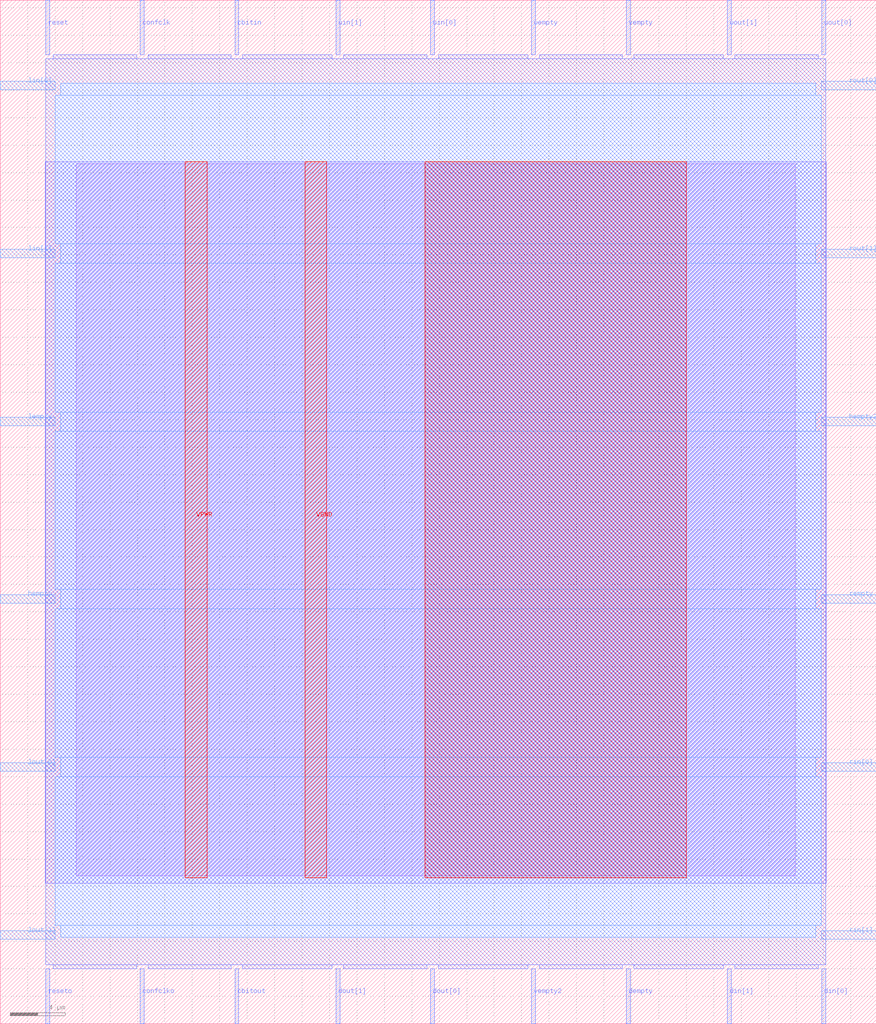
<source format=lef>
VERSION 5.7 ;
  NOWIREEXTENSIONATPIN ON ;
  DIVIDERCHAR "/" ;
  BUSBITCHARS "[]" ;
MACRO ycell
  CLASS BLOCK ;
  FOREIGN ycell ;
  ORIGIN 0.000 0.000 ;
  SIZE 63.845 BY 74.565 ;
  PIN cbitin
    DIRECTION INPUT ;
    PORT
      LAYER met2 ;
        RECT 17.110 70.565 17.390 74.565 ;
    END
  END cbitin
  PIN cbitout
    DIRECTION OUTPUT TRISTATE ;
    PORT
      LAYER met2 ;
        RECT 17.110 0.000 17.390 4.000 ;
    END
  END cbitout
  PIN confclk
    DIRECTION INPUT ;
    PORT
      LAYER met2 ;
        RECT 10.210 70.565 10.490 74.565 ;
    END
  END confclk
  PIN confclko
    DIRECTION OUTPUT TRISTATE ;
    PORT
      LAYER met2 ;
        RECT 10.210 0.000 10.490 4.000 ;
    END
  END confclko
  PIN dempty
    DIRECTION INPUT ;
    PORT
      LAYER met2 ;
        RECT 45.630 0.000 45.910 4.000 ;
    END
  END dempty
  PIN din[0]
    DIRECTION INPUT ;
    PORT
      LAYER met2 ;
        RECT 59.890 0.000 60.170 4.000 ;
    END
  END din[0]
  PIN din[1]
    DIRECTION INPUT ;
    PORT
      LAYER met2 ;
        RECT 52.990 0.000 53.270 4.000 ;
    END
  END din[1]
  PIN dout[0]
    DIRECTION OUTPUT TRISTATE ;
    PORT
      LAYER met2 ;
        RECT 31.370 0.000 31.650 4.000 ;
    END
  END dout[0]
  PIN dout[1]
    DIRECTION OUTPUT TRISTATE ;
    PORT
      LAYER met2 ;
        RECT 24.470 0.000 24.750 4.000 ;
    END
  END dout[1]
  PIN hempty
    DIRECTION OUTPUT TRISTATE ;
    PORT
      LAYER met3 ;
        RECT 0.000 30.640 4.000 31.240 ;
    END
  END hempty
  PIN hempty2
    DIRECTION OUTPUT TRISTATE ;
    PORT
      LAYER met3 ;
        RECT 59.845 43.560 63.845 44.160 ;
    END
  END hempty2
  PIN lempty
    DIRECTION INPUT ;
    PORT
      LAYER met3 ;
        RECT 0.000 43.560 4.000 44.160 ;
    END
  END lempty
  PIN lin[0]
    DIRECTION INPUT ;
    PORT
      LAYER met3 ;
        RECT 0.000 68.040 4.000 68.640 ;
    END
  END lin[0]
  PIN lin[1]
    DIRECTION INPUT ;
    PORT
      LAYER met3 ;
        RECT 0.000 55.800 4.000 56.400 ;
    END
  END lin[1]
  PIN lout[0]
    DIRECTION OUTPUT TRISTATE ;
    PORT
      LAYER met3 ;
        RECT 0.000 18.400 4.000 19.000 ;
    END
  END lout[0]
  PIN lout[1]
    DIRECTION OUTPUT TRISTATE ;
    PORT
      LAYER met3 ;
        RECT 0.000 6.160 4.000 6.760 ;
    END
  END lout[1]
  PIN rempty
    DIRECTION INPUT ;
    PORT
      LAYER met3 ;
        RECT 59.845 30.640 63.845 31.240 ;
    END
  END rempty
  PIN reset
    DIRECTION INPUT ;
    PORT
      LAYER met2 ;
        RECT 3.310 70.565 3.590 74.565 ;
    END
  END reset
  PIN reseto
    DIRECTION OUTPUT TRISTATE ;
    PORT
      LAYER met2 ;
        RECT 3.310 0.000 3.590 4.000 ;
    END
  END reseto
  PIN rin[0]
    DIRECTION INPUT ;
    PORT
      LAYER met3 ;
        RECT 59.845 18.400 63.845 19.000 ;
    END
  END rin[0]
  PIN rin[1]
    DIRECTION INPUT ;
    PORT
      LAYER met3 ;
        RECT 59.845 6.160 63.845 6.760 ;
    END
  END rin[1]
  PIN rout[0]
    DIRECTION OUTPUT TRISTATE ;
    PORT
      LAYER met3 ;
        RECT 59.845 68.040 63.845 68.640 ;
    END
  END rout[0]
  PIN rout[1]
    DIRECTION OUTPUT TRISTATE ;
    PORT
      LAYER met3 ;
        RECT 59.845 55.800 63.845 56.400 ;
    END
  END rout[1]
  PIN uempty
    DIRECTION INPUT ;
    PORT
      LAYER met2 ;
        RECT 38.730 70.565 39.010 74.565 ;
    END
  END uempty
  PIN uin[0]
    DIRECTION INPUT ;
    PORT
      LAYER met2 ;
        RECT 31.370 70.565 31.650 74.565 ;
    END
  END uin[0]
  PIN uin[1]
    DIRECTION INPUT ;
    PORT
      LAYER met2 ;
        RECT 24.470 70.565 24.750 74.565 ;
    END
  END uin[1]
  PIN uout[0]
    DIRECTION OUTPUT TRISTATE ;
    PORT
      LAYER met2 ;
        RECT 59.890 70.565 60.170 74.565 ;
    END
  END uout[0]
  PIN uout[1]
    DIRECTION OUTPUT TRISTATE ;
    PORT
      LAYER met2 ;
        RECT 52.990 70.565 53.270 74.565 ;
    END
  END uout[1]
  PIN vempty
    DIRECTION OUTPUT TRISTATE ;
    PORT
      LAYER met2 ;
        RECT 45.630 70.565 45.910 74.565 ;
    END
  END vempty
  PIN vempty2
    DIRECTION OUTPUT TRISTATE ;
    PORT
      LAYER met2 ;
        RECT 38.730 0.000 39.010 4.000 ;
    END
  END vempty2
  PIN VPWR
    DIRECTION INPUT ;
    USE POWER ;
    PORT
      LAYER met4 ;
        RECT 13.460 10.640 15.060 62.800 ;
    END
  END VPWR
  PIN VGND
    DIRECTION INPUT ;
    USE GROUND ;
    PORT
      LAYER met4 ;
        RECT 22.200 10.640 23.800 62.800 ;
    END
  END VGND
  OBS
      LAYER li1 ;
        RECT 5.520 10.795 57.960 62.645 ;
      LAYER met1 ;
        RECT 3.290 10.240 60.190 62.800 ;
      LAYER met2 ;
        RECT 3.870 70.285 9.930 70.565 ;
        RECT 10.770 70.285 16.830 70.565 ;
        RECT 17.670 70.285 24.190 70.565 ;
        RECT 25.030 70.285 31.090 70.565 ;
        RECT 31.930 70.285 38.450 70.565 ;
        RECT 39.290 70.285 45.350 70.565 ;
        RECT 46.190 70.285 52.710 70.565 ;
        RECT 53.550 70.285 59.610 70.565 ;
        RECT 3.320 4.280 60.160 70.285 ;
        RECT 3.870 4.000 9.930 4.280 ;
        RECT 10.770 4.000 16.830 4.280 ;
        RECT 17.670 4.000 24.190 4.280 ;
        RECT 25.030 4.000 31.090 4.280 ;
        RECT 31.930 4.000 38.450 4.280 ;
        RECT 39.290 4.000 45.350 4.280 ;
        RECT 46.190 4.000 52.710 4.280 ;
        RECT 53.550 4.000 59.610 4.280 ;
      LAYER met3 ;
        RECT 4.400 67.640 59.445 68.505 ;
        RECT 4.000 56.800 59.845 67.640 ;
        RECT 4.400 55.400 59.445 56.800 ;
        RECT 4.000 44.560 59.845 55.400 ;
        RECT 4.400 43.160 59.445 44.560 ;
        RECT 4.000 31.640 59.845 43.160 ;
        RECT 4.400 30.240 59.445 31.640 ;
        RECT 4.000 19.400 59.845 30.240 ;
        RECT 4.400 18.000 59.445 19.400 ;
        RECT 4.000 7.160 59.845 18.000 ;
        RECT 4.400 6.295 59.445 7.160 ;
      LAYER met4 ;
        RECT 30.940 10.640 50.020 62.800 ;
  END
END ycell
END LIBRARY


</source>
